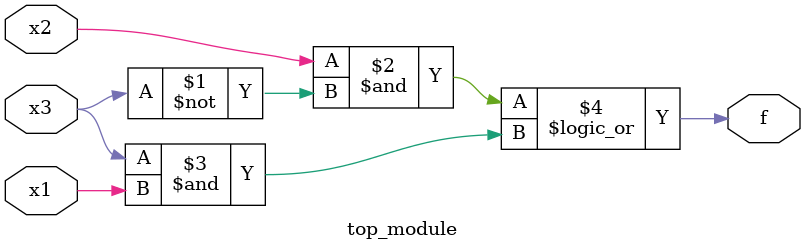
<source format=v>
module top_module( 
    input x3,
    input x2,
    input x1,  // three inputs
    output f   // one output
);
assign f=x2&~x3||x3&x1;
endmodule
</source>
